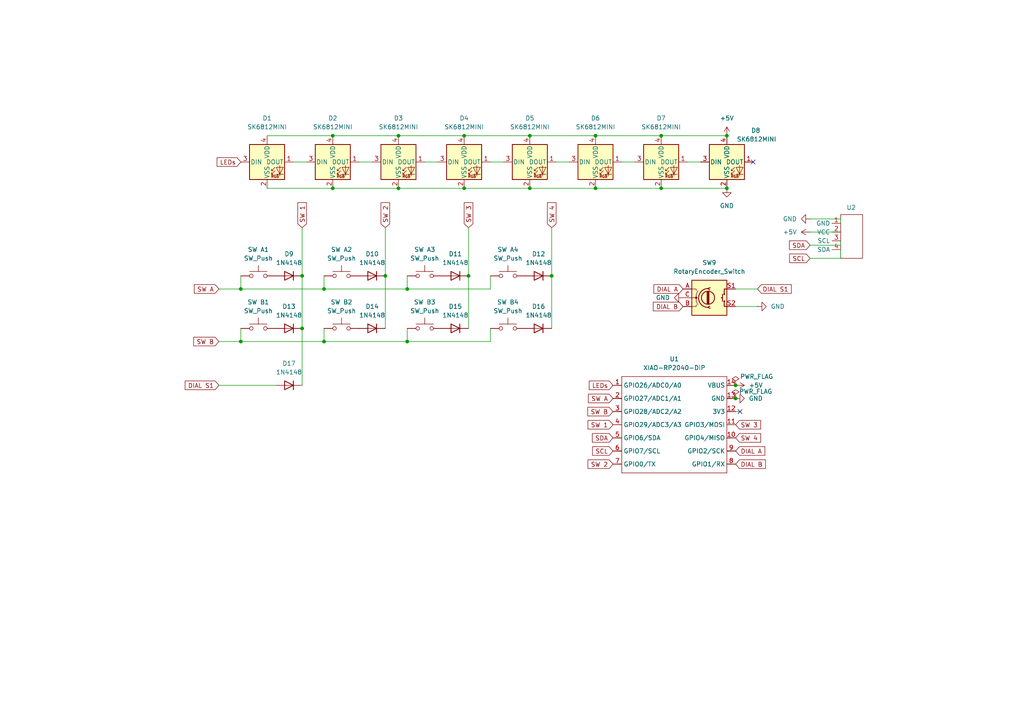
<source format=kicad_sch>
(kicad_sch (version 20250114) (generator "eeschema") (generator_version "9.0")
  (paper "A4")
  (lib_symbols
    (symbol "Device:RotaryEncoder_Switch" (pin_names (offset 0.254) (hide yes))
      (property "Reference" "SW" (at 0 6.604 0))
      (property "Value" "RotaryEncoder_Switch" (at 0 -6.604 0))
      (symbol "RotaryEncoder_Switch_0_1"
        (rectangle (start -5.08 5.08) (end 5.08 -5.08) (stroke (width 0.254)) (fill (type background)))
        (polyline (pts (xy -5.08 2.54) (xy -3.81 2.54) (xy -3.81 2.032)))
        (polyline (pts (xy -5.08 0) (xy -3.81 0) (xy -3.81 -1.016) (xy -3.302 -2.032)))
        (polyline (pts (xy -5.08 -2.54) (xy -3.81 -2.54) (xy -3.81 -2.032)))
        (polyline (pts (xy -4.318 0) (xy -3.81 0) (xy -3.81 1.016) (xy -3.302 2.032)))
        (circle (center -3.81 0) (radius 0.254) (fill (type outline)))
        (polyline (pts (xy -0.635 -1.778) (xy -0.635 1.778)) (stroke (width 0.254)))
        (circle (center -0.381 0) (radius 1.905) (stroke (width 0.254)))
        (polyline (pts (xy -0.381 -1.778) (xy -0.381 1.778)) (stroke (width 0.254)))
        (arc (start -0.381 -2.794) (mid -3.0988 -0.0635) (end -0.381 2.667) (stroke (width 0.254)))
        (polyline (pts (xy -0.127 1.778) (xy -0.127 -1.778)) (stroke (width 0.254)))
        (polyline (pts (xy 0.254 2.921) (xy -0.508 2.667) (xy 0.127 2.286)) (stroke (width 0.254)))
        (polyline (pts (xy 0.254 -3.048) (xy -0.508 -2.794) (xy 0.127 -2.413)) (stroke (width 0.254)))
        (polyline (pts (xy 3.81 1.016) (xy 3.81 -1.016)) (stroke (width 0.254)))
        (polyline (pts (xy 3.81 0) (xy 3.429 0)) (stroke (width 0.254)))
        (circle (center 4.318 1.016) (radius 0.127) (stroke (width 0.254)))
        (circle (center 4.318 -1.016) (radius 0.127) (stroke (width 0.254)))
        (polyline (pts (xy 5.08 2.54) (xy 4.318 2.54) (xy 4.318 1.016)) (stroke (width 0.254)))
        (polyline (pts (xy 5.08 -2.54) (xy 4.318 -2.54) (xy 4.318 -1.016)) (stroke (width 0.254)))
      )
      (symbol "RotaryEncoder_Switch_1_1"
        (pin passive line (at -7.62 2.54 0) (length 2.54) (name "A") (number "A"))
        (pin passive line (at -7.62 0 0) (length 2.54) (name "C") (number "C"))
        (pin passive line (at -7.62 -2.54 0) (length 2.54) (name "B") (number "B"))
        (pin passive line (at 7.62 2.54 180) (length 2.54) (name "S1") (number "S1"))
        (pin passive line (at 7.62 -2.54 180) (length 2.54) (name "S2") (number "S2"))
      )
    )
    (symbol "Diode:1N4148" (pin_numbers (hide yes)) (pin_names (hide yes))
      (property "Reference" "D" (at 0 2.54 0))
      (property "Value" "1N4148" (at 0 -2.54 0))
      (symbol "1N4148_0_1"
        (polyline (pts (xy -1.27 1.27) (xy -1.27 -1.27)) (stroke (width 0.254)))
        (polyline (pts (xy 1.27 1.27) (xy 1.27 -1.27) (xy -1.27 0) (xy 1.27 1.27)) (stroke (width 0.254)))
        (polyline (pts (xy 1.27 0) (xy -1.27 0)))
      )
      (symbol "1N4148_1_1"
        (pin passive line (at -3.81 0 0) (length 2.54) (name "K") (number "1"))
        (pin passive line (at 3.81 0 180) (length 2.54) (name "A") (number "2"))
      )
    )
    (symbol "LED:SK6812MINI" (pin_names (offset 0.254))
      (property "Reference" "D" (at 5.08 5.715 0))
      (property "Value" "SK6812MINI" (at 1.27 -5.715 0))
      (symbol "SK6812MINI_0_0"
        (text "RGB" (at 2.286 -4.191 0) (effects (font (size 0.762 0.762))))
      )
      (symbol "SK6812MINI_0_1"
        (polyline (pts (xy 1.27 -2.54) (xy 1.778 -2.54)))
        (polyline (pts (xy 1.27 -3.556) (xy 1.778 -3.556)))
        (polyline (pts (xy 2.286 -1.524) (xy 1.27 -2.54) (xy 1.27 -2.032)))
        (polyline (pts (xy 2.286 -2.54) (xy 1.27 -3.556) (xy 1.27 -3.048)))
        (polyline (pts (xy 3.683 -1.016) (xy 3.683 -3.556) (xy 3.683 -4.064)))
        (polyline (pts (xy 4.699 -1.524) (xy 2.667 -1.524) (xy 3.683 -3.556) (xy 4.699 -1.524)))
        (polyline (pts (xy 4.699 -3.556) (xy 2.667 -3.556)))
        (rectangle (start 5.08 5.08) (end -5.08 -5.08) (stroke (width 0.254)) (fill (type background)))
      )
      (symbol "SK6812MINI_1_1"
        (pin input line (at -7.62 0 0) (length 2.54) (name "DIN") (number "3"))
        (pin power_in line (at 0 7.62 270) (length 2.54) (name "VDD") (number "4"))
        (pin power_in line (at 0 -7.62 90) (length 2.54) (name "VSS") (number "2"))
        (pin output line (at 7.62 0 180) (length 2.54) (name "DOUT") (number "1"))
      )
    )
    (symbol "OPL:XIAO-RP2040-DIP"
      (property "Reference" "U" (at 0 0 0))
      (property "Value" "XIAO-RP2040-DIP" (at 5.334 -1.778 0))
      (symbol "XIAO-RP2040-DIP_1_0"
        (polyline (pts (xy -1.27 -2.54) (xy 29.21 -2.54)) (stroke (width 0.1524)))
        (polyline (pts (xy -1.27 -5.08) (xy -2.54 -5.08)) (stroke (width 0.1524)))
        (polyline (pts (xy -1.27 -5.08) (xy -1.27 -2.54)) (stroke (width 0.1524)))
        (polyline (pts (xy -1.27 -8.89) (xy -2.54 -8.89)) (stroke (width 0.1524)))
        (polyline (pts (xy -1.27 -8.89) (xy -1.27 -5.08)) (stroke (width 0.1524)))
        (polyline (pts (xy -1.27 -12.7) (xy -2.54 -12.7)) (stroke (width 0.1524)))
        (polyline (pts (xy -1.27 -12.7) (xy -1.27 -8.89)) (stroke (width 0.1524)))
        (polyline (pts (xy -1.27 -16.51) (xy -2.54 -16.51)) (stroke (width 0.1524)))
        (polyline (pts (xy -1.27 -16.51) (xy -1.27 -12.7)) (stroke (width 0.1524)))
        (polyline (pts (xy -1.27 -20.32) (xy -2.54 -20.32)) (stroke (width 0.1524)))
        (polyline (pts (xy -1.27 -24.13) (xy -2.54 -24.13)) (stroke (width 0.1524)))
        (polyline (pts (xy -1.27 -27.94) (xy -2.54 -27.94)) (stroke (width 0.1524)))
        (polyline (pts (xy -1.27 -30.48) (xy -1.27 -16.51)) (stroke (width 0.1524)))
        (polyline (pts (xy 29.21 -2.54) (xy 29.21 -5.08)) (stroke (width 0.1524)))
        (polyline (pts (xy 29.21 -5.08) (xy 29.21 -8.89)) (stroke (width 0.1524)))
        (polyline (pts (xy 29.21 -8.89) (xy 29.21 -12.7)) (stroke (width 0.1524)))
        (polyline (pts (xy 29.21 -12.7) (xy 29.21 -30.48)) (stroke (width 0.1524)))
        (polyline (pts (xy 29.21 -30.48) (xy -1.27 -30.48)) (stroke (width 0.1524)))
        (polyline (pts (xy 30.48 -5.08) (xy 29.21 -5.08)) (stroke (width 0.1524)))
        (polyline (pts (xy 30.48 -8.89) (xy 29.21 -8.89)) (stroke (width 0.1524)))
        (polyline (pts (xy 30.48 -12.7) (xy 29.21 -12.7)) (stroke (width 0.1524)))
        (polyline (pts (xy 30.48 -16.51) (xy 29.21 -16.51)) (stroke (width 0.1524)))
        (polyline (pts (xy 30.48 -20.32) (xy 29.21 -20.32)) (stroke (width 0.1524)))
        (polyline (pts (xy 30.48 -24.13) (xy 29.21 -24.13)) (stroke (width 0.1524)))
        (polyline (pts (xy 30.48 -27.94) (xy 29.21 -27.94)) (stroke (width 0.1524)))
        (pin passive line (at -3.81 -5.08 0) (length 2.54) (name "GPIO26/ADC0/A0") (number "1"))
        (pin passive line (at -3.81 -8.89 0) (length 2.54) (name "GPIO27/ADC1/A1") (number "2"))
        (pin passive line (at -3.81 -12.7 0) (length 2.54) (name "GPIO28/ADC2/A2") (number "3"))
        (pin passive line (at -3.81 -16.51 0) (length 2.54) (name "GPIO29/ADC3/A3") (number "4"))
        (pin passive line (at -3.81 -20.32 0) (length 2.54) (name "GPIO6/SDA") (number "5"))
        (pin passive line (at -3.81 -24.13 0) (length 2.54) (name "GPIO7/SCL") (number "6"))
        (pin passive line (at -3.81 -27.94 0) (length 2.54) (name "GPIO0/TX") (number "7"))
        (pin passive line (at 31.75 -5.08 180) (length 2.54) (name "VBUS") (number "14"))
        (pin passive line (at 31.75 -8.89 180) (length 2.54) (name "GND") (number "13"))
        (pin passive line (at 31.75 -12.7 180) (length 2.54) (name "3V3") (number "12"))
        (pin passive line (at 31.75 -16.51 180) (length 2.54) (name "GPIO3/MOSI") (number "11"))
        (pin passive line (at 31.75 -20.32 180) (length 2.54) (name "GPIO4/MISO") (number "10"))
        (pin passive line (at 31.75 -24.13 180) (length 2.54) (name "GPIO2/SCK") (number "9"))
        (pin passive line (at 31.75 -27.94 180) (length 2.54) (name "GPIO1/RX") (number "8"))
      )
    )
    (symbol "Switch:SW_Push" (pin_numbers (hide yes)) (pin_names (offset 1.016) (hide yes))
      (property "Reference" "SW" (at 1.27 2.54 0))
      (property "Value" "SW_Push" (at 0 -1.524 0))
      (symbol "SW_Push_0_1"
        (circle (center -2.032 0) (radius 0.508))
        (polyline (pts (xy 0 1.27) (xy 0 3.048)))
        (circle (center 2.032 0) (radius 0.508))
        (polyline (pts (xy 2.54 1.27) (xy -2.54 1.27)))
        (pin passive line (at -5.08 0 0) (length 2.54) (name "1") (number "1"))
        (pin passive line (at 5.08 0 180) (length 2.54) (name "2") (number "2"))
      )
    )
    (symbol "oled:oled0.91"
      (property "Reference" "U" (at 3.302 6.604 0))
      (symbol "oled0.91_0_1"
        (rectangle (start 0 5.08) (end 6.35 -7.62))
      )
      (symbol "oled0.91_1_1"
        (pin input line (at 0 2.54 180) (length 2.54) (name "GND") (number "1"))
        (pin input line (at 0 0 180) (length 2.54) (name "VCC") (number "2"))
        (pin input line (at 0 -2.54 180) (length 2.54) (name "SCL") (number "3"))
        (pin input line (at 0 -5.08 180) (length 2.54) (name "SDA") (number "4"))
      )
    )
    (symbol "power:+5V" (power) (pin_numbers (hide yes)) (pin_names (offset 0) (hide yes))
      (property "Value" "+5V" (at 0 3.556 0))
      (symbol "+5V_0_1"
        (polyline (pts (xy -0.762 1.27) (xy 0 2.54)))
        (polyline (pts (xy 0 2.54) (xy 0.762 1.27)))
        (polyline (pts (xy 0 0) (xy 0 2.54)))
      )
      (symbol "+5V_1_1"
        (pin power_in line (at 0 0 90) (length 0) (name "~") (number "1"))
      )
    )
    (symbol "power:GND" (power) (pin_numbers (hide yes)) (pin_names (offset 0) (hide yes))
      (property "Value" "GND" (at 0 -3.81 0))
      (symbol "GND_0_1"
        (polyline (pts (xy 0 0) (xy 0 -1.27) (xy 1.27 -1.27) (xy 0 -2.54) (xy -1.27 -1.27) (xy 0 -1.27)))
      )
      (symbol "GND_1_1"
        (pin power_in line (at 0 0 270) (length 0) (name "~") (number "1"))
      )
    )
    (symbol "power:PWR_FLAG" (power) (pin_numbers (hide yes)) (pin_names (offset 0) (hide yes))
      (property "Value" "PWR_FLAG" (at 0 3.81 0))
      (symbol "PWR_FLAG_0_0"
        (pin power_out line (at 0 0 90) (length 0) (name "~") (number "1"))
      )
      (symbol "PWR_FLAG_0_1"
        (polyline (pts (xy 0 0) (xy 0 1.27) (xy -1.016 1.905) (xy 0 2.54) (xy 1.016 1.905) (xy 0 1.27)))
      )
    )
  )
  (junction (at 191.77 54.61))
  (junction (at 153.67 39.37))
  (junction (at 134.62 54.61))
  (junction (at 213.36 115.57))
  (junction (at 210.82 54.61))
  (junction (at 87.63 95.25))
  (junction (at 210.82 39.37))
  (junction (at 87.63 80.01))
  (junction (at 191.77 39.37))
  (junction (at 213.36 111.76))
  (junction (at 160.02 80.01))
  (junction (at 135.89 80.01))
  (junction (at 96.52 54.61))
  (junction (at 93.98 99.06))
  (junction (at 118.11 83.82))
  (junction (at 153.67 54.61))
  (junction (at 134.62 39.37))
  (junction (at 118.11 99.06))
  (junction (at 115.57 54.61))
  (junction (at 172.72 39.37))
  (junction (at 115.57 39.37))
  (junction (at 69.85 99.06))
  (junction (at 172.72 54.61))
  (junction (at 111.76 80.01))
  (junction (at 93.98 83.82))
  (junction (at 69.85 83.82))
  (junction (at 96.52 39.37))
  (no_connect (at 214.63 119.38))
  (no_connect (at 218.44 46.99))
  (wire (pts (xy 214.63 119.38) (xy 213.36 119.38)))
  (wire (pts (xy 115.57 39.37) (xy 134.62 39.37)))
  (wire (pts (xy 123.19 46.99) (xy 127 46.99)))
  (wire (pts (xy 153.67 39.37) (xy 172.72 39.37)))
  (wire (pts (xy 118.11 83.82) (xy 142.24 83.82)))
  (wire (pts (xy 135.89 66.04) (xy 135.89 80.01)))
  (wire (pts (xy 111.76 80.01) (xy 111.76 95.25)))
  (wire (pts (xy 234.95 71.12) (xy 243.84 71.12)))
  (wire (pts (xy 161.29 46.99) (xy 165.1 46.99)))
  (wire (pts (xy 142.24 83.82) (xy 142.24 80.01)))
  (wire (pts (xy 135.89 80.01) (xy 135.89 95.25)))
  (wire (pts (xy 87.63 95.25) (xy 87.63 111.76)))
  (wire (pts (xy 96.52 54.61) (xy 115.57 54.61)))
  (wire (pts (xy 243.84 74.93) (xy 243.84 72.39)))
  (wire (pts (xy 63.5 111.76) (xy 80.01 111.76)))
  (wire (pts (xy 160.02 66.04) (xy 160.02 80.01)))
  (wire (pts (xy 118.11 95.25) (xy 118.11 99.06)))
  (wire (pts (xy 160.02 80.01) (xy 160.02 95.25)))
  (wire (pts (xy 142.24 95.25) (xy 142.24 99.06)))
  (wire (pts (xy 118.11 99.06) (xy 142.24 99.06)))
  (wire (pts (xy 243.84 63.5) (xy 243.84 64.77)))
  (wire (pts (xy 63.5 99.06) (xy 69.85 99.06)))
  (wire (pts (xy 234.95 63.5) (xy 243.84 63.5)))
  (wire (pts (xy 87.63 80.01) (xy 87.63 95.25)))
  (wire (pts (xy 243.84 71.12) (xy 243.84 69.85)))
  (wire (pts (xy 115.57 54.61) (xy 134.62 54.61)))
  (wire (pts (xy 219.71 88.9) (xy 213.36 88.9)))
  (wire (pts (xy 111.76 66.04) (xy 111.76 80.01)))
  (wire (pts (xy 69.85 80.01) (xy 69.85 83.82)))
  (wire (pts (xy 180.34 46.99) (xy 184.15 46.99)))
  (wire (pts (xy 142.24 46.99) (xy 146.05 46.99)))
  (wire (pts (xy 191.77 54.61) (xy 210.82 54.61)))
  (wire (pts (xy 69.85 95.25) (xy 69.85 99.06)))
  (wire (pts (xy 191.77 39.37) (xy 210.82 39.37)))
  (wire (pts (xy 153.67 54.61) (xy 172.72 54.61)))
  (wire (pts (xy 93.98 83.82) (xy 118.11 83.82)))
  (wire (pts (xy 172.72 54.61) (xy 191.77 54.61)))
  (wire (pts (xy 69.85 99.06) (xy 93.98 99.06)))
  (wire (pts (xy 234.95 67.31) (xy 243.84 67.31)))
  (wire (pts (xy 104.14 46.99) (xy 107.95 46.99)))
  (wire (pts (xy 213.36 83.82) (xy 219.71 83.82)))
  (wire (pts (xy 172.72 39.37) (xy 191.77 39.37)))
  (wire (pts (xy 63.5 83.82) (xy 69.85 83.82)))
  (wire (pts (xy 234.95 74.93) (xy 243.84 74.93)))
  (wire (pts (xy 93.98 80.01) (xy 93.98 83.82)))
  (wire (pts (xy 85.09 46.99) (xy 88.9 46.99)))
  (wire (pts (xy 87.63 66.04) (xy 87.63 80.01)))
  (wire (pts (xy 134.62 39.37) (xy 153.67 39.37)))
  (wire (pts (xy 199.39 46.99) (xy 203.2 46.99)))
  (wire (pts (xy 134.62 54.61) (xy 153.67 54.61)))
  (wire (pts (xy 77.47 39.37) (xy 96.52 39.37)))
  (wire (pts (xy 118.11 80.01) (xy 118.11 83.82)))
  (wire (pts (xy 69.85 83.82) (xy 93.98 83.82)))
  (wire (pts (xy 93.98 95.25) (xy 93.98 99.06)))
  (wire (pts (xy 77.47 54.61) (xy 96.52 54.61)))
  (wire (pts (xy 93.98 99.06) (xy 118.11 99.06)))
  (wire (pts (xy 96.52 39.37) (xy 115.57 39.37)))
  (global_label "SW 1" (shape input) (at 87.63 66.04 90) (property "Intersheetrefs" "${INTERSHEET_REFS}" (effects (hide yes))))
  (global_label "SDA" (shape input) (at 177.8 127 180) (property "Intersheetrefs" "${INTERSHEET_REFS}" (effects (hide yes))))
  (global_label "SW B" (shape input) (at 177.8 119.38 180) (property "Intersheetrefs" "${INTERSHEET_REFS}" (effects (hide yes))))
  (global_label "DIAL A" (shape input) (at 198.12 83.82 180) (property "Intersheetrefs" "${INTERSHEET_REFS}" (effects (hide yes))))
  (global_label "SCL" (shape input) (at 234.95 74.93 180) (property "Intersheetrefs" "${INTERSHEET_REFS}" (effects (hide yes))))
  (global_label "SW 4" (shape input) (at 213.36 127 0) (property "Intersheetrefs" "${INTERSHEET_REFS}" (effects (hide yes))))
  (global_label "SDA" (shape input) (at 234.95 71.12 180) (property "Intersheetrefs" "${INTERSHEET_REFS}" (effects (hide yes))))
  (global_label "SW 4" (shape input) (at 160.02 66.04 90) (property "Intersheetrefs" "${INTERSHEET_REFS}" (effects (hide yes))))
  (global_label "SW 2" (shape input) (at 177.8 134.62 180) (property "Intersheetrefs" "${INTERSHEET_REFS}" (effects (hide yes))))
  (global_label "SCL" (shape input) (at 177.8 130.81 180) (property "Intersheetrefs" "${INTERSHEET_REFS}" (effects (hide yes))))
  (global_label "DIAL B" (shape input) (at 213.36 134.62 0) (property "Intersheetrefs" "${INTERSHEET_REFS}" (effects (hide yes))))
  (global_label "SW 3" (shape input) (at 213.36 123.19 0) (property "Intersheetrefs" "${INTERSHEET_REFS}" (effects (hide yes))))
  (global_label "SW 1" (shape input) (at 177.8 123.19 180) (property "Intersheetrefs" "${INTERSHEET_REFS}" (effects (hide yes))))
  (global_label "LEDs" (shape input) (at 177.8 111.76 180) (property "Intersheetrefs" "${INTERSHEET_REFS}" (effects (hide yes))))
  (global_label "SW A" (shape input) (at 63.5 83.82 180) (property "Intersheetrefs" "${INTERSHEET_REFS}" (effects (hide yes))))
  (global_label "DIAL A" (shape input) (at 213.36 130.81 0) (property "Intersheetrefs" "${INTERSHEET_REFS}" (effects (hide yes))))
  (global_label "DIAL S1" (shape input) (at 63.5 111.76 180) (property "Intersheetrefs" "${INTERSHEET_REFS}" (effects (hide yes))))
  (global_label "SW 2" (shape input) (at 111.76 66.04 90) (property "Intersheetrefs" "${INTERSHEET_REFS}" (effects (hide yes))))
  (global_label "SW B" (shape input) (at 63.5 99.06 180) (property "Intersheetrefs" "${INTERSHEET_REFS}" (effects (hide yes))))
  (global_label "DIAL S1" (shape input) (at 219.71 83.82 0) (property "Intersheetrefs" "${INTERSHEET_REFS}" (effects (hide yes))))
  (global_label "SW 3" (shape input) (at 135.89 66.04 90) (property "Intersheetrefs" "${INTERSHEET_REFS}" (effects (hide yes))))
  (global_label "LEDs" (shape input) (at 69.85 46.99 180) (property "Intersheetrefs" "${INTERSHEET_REFS}" (effects (hide yes))))
  (global_label "SW A" (shape input) (at 177.8 115.57 180) (property "Intersheetrefs" "${INTERSHEET_REFS}" (effects (hide yes))))
  (global_label "DIAL B" (shape input) (at 198.12 88.9 180) (property "Intersheetrefs" "${INTERSHEET_REFS}" (effects (hide yes))))
  (symbol (lib_id "Diode:1N4148") (at 132.08 95.25 0) (mirror y) (unit 1)
    (property "Reference" "D15" (at 132.08 88.9 0))
    (property "Value" "1N4148" (at 132.08 91.44 0))
    (property "Footprint" "Diode_THT:D_DO-35_SOD27_P7.62mm_Horizontal" (effects (hide yes)))
    (property "Datasheet" "https://assets.nexperia.com/documents/data-sheet/1N4148_1N4448.pdf" (effects (hide yes)))
    (property "Description" "100V 0.15A standard switching diode, DO-35" (effects (hide yes)))
    (property "Sim.Device" "D" (effects (hide yes)))
    (property "Sim.Pins" "1=K 2=A" (effects (hide yes)))
  )
  (symbol (lib_id "power:+5V") (at 210.82 39.37 0) (unit 1)
    (property "Reference" "#PWR01" (effects (hide yes)))
    (property "Value" "+5V" (at 210.82 34.29 0))
    (property "Description" "Power symbol creates a global label with name \"+5V\"" (effects (hide yes)))
  )
  (symbol (lib_id "power:GND") (at 198.12 86.36 270) (unit 1)
    (property "Reference" "#PWR05" (effects (hide yes)))
    (property "Value" "GND" (at 194.31 86.3599 90) (effects (justify right)))
    (property "Description" "Power symbol creates a global label with name \"GND\" , ground" (effects (hide yes)))
  )
  (symbol (lib_id "Switch:SW_Push") (at 123.19 95.25 0) (unit 1)
    (property "Reference" "SW B3" (at 123.19 87.63 0))
    (property "Value" "SW_Push" (at 123.19 90.17 0))
    (property "Footprint" "Button_Switch_Keyboard:SW_Cherry_MX_1.00u_PCB" (effects (hide yes)))
    (property "Description" "Push button switch, generic, two pins" (effects (hide yes)))
  )
  (symbol (lib_id "Switch:SW_Push") (at 147.32 95.25 0) (unit 1)
    (property "Reference" "SW B4" (at 147.32 87.63 0))
    (property "Value" "SW_Push" (at 147.32 90.17 0))
    (property "Footprint" "Button_Switch_Keyboard:SW_Cherry_MX_1.00u_PCB" (effects (hide yes)))
    (property "Description" "Push button switch, generic, two pins" (effects (hide yes)))
  )
  (symbol (lib_id "LED:SK6812MINI") (at 210.82 46.99 0) (unit 1)
    (property "Reference" "D8" (at 219.202 37.846 0))
    (property "Value" "SK6812MINI" (at 219.456 40.386 0))
    (property "Footprint" "LED_SMD:LED_SK6812MINI_PLCC4_3.5x3.5mm_P1.75mm" (effects (hide yes)))
    (property "Datasheet" "https://cdn-shop.adafruit.com/product-files/2686/SK6812MINI_REV.01-1-2.pdf" (effects (hide yes)))
    (property "Description" "RGB LED with integrated controller" (effects (hide yes)))
  )
  (symbol (lib_id "Diode:1N4148") (at 83.82 95.25 0) (mirror y) (unit 1)
    (property "Reference" "D13" (at 83.82 88.9 0))
    (property "Value" "1N4148" (at 83.82 91.44 0))
    (property "Footprint" "Diode_THT:D_DO-35_SOD27_P7.62mm_Horizontal" (effects (hide yes)))
    (property "Datasheet" "https://assets.nexperia.com/documents/data-sheet/1N4148_1N4448.pdf" (effects (hide yes)))
    (property "Description" "100V 0.15A standard switching diode, DO-35" (effects (hide yes)))
    (property "Sim.Device" "D" (effects (hide yes)))
    (property "Sim.Pins" "1=K 2=A" (effects (hide yes)))
  )
  (symbol (lib_id "LED:SK6812MINI") (at 115.57 46.99 0) (unit 1)
    (property "Reference" "D3" (at 115.57 34.29 0))
    (property "Value" "SK6812MINI" (at 115.57 36.83 0))
    (property "Footprint" "LED_SMD:LED_SK6812MINI_PLCC4_3.5x3.5mm_P1.75mm" (effects (hide yes)))
    (property "Datasheet" "https://cdn-shop.adafruit.com/product-files/2686/SK6812MINI_REV.01-1-2.pdf" (effects (hide yes)))
    (property "Description" "RGB LED with integrated controller" (effects (hide yes)))
  )
  (symbol (lib_id "Diode:1N4148") (at 107.95 80.01 0) (mirror y) (unit 1)
    (property "Reference" "D10" (at 107.95 73.66 0))
    (property "Value" "1N4148" (at 107.95 76.2 0))
    (property "Footprint" "Diode_THT:D_DO-35_SOD27_P7.62mm_Horizontal" (effects (hide yes)))
    (property "Datasheet" "https://assets.nexperia.com/documents/data-sheet/1N4148_1N4448.pdf" (effects (hide yes)))
    (property "Description" "100V 0.15A standard switching diode, DO-35" (effects (hide yes)))
    (property "Sim.Device" "D" (effects (hide yes)))
    (property "Sim.Pins" "1=K 2=A" (effects (hide yes)))
  )
  (symbol (lib_id "LED:SK6812MINI") (at 191.77 46.99 0) (unit 1)
    (property "Reference" "D7" (at 191.77 34.29 0))
    (property "Value" "SK6812MINI" (at 191.77 36.83 0))
    (property "Footprint" "LED_SMD:LED_SK6812MINI_PLCC4_3.5x3.5mm_P1.75mm" (effects (hide yes)))
    (property "Datasheet" "https://cdn-shop.adafruit.com/product-files/2686/SK6812MINI_REV.01-1-2.pdf" (effects (hide yes)))
    (property "Description" "RGB LED with integrated controller" (effects (hide yes)))
  )
  (symbol (lib_id "power:+5V") (at 234.95 67.31 90) (unit 1)
    (property "Reference" "#PWR08" (effects (hide yes)))
    (property "Value" "+5V" (at 231.14 67.3099 90) (effects (justify left)))
    (property "Description" "Power symbol creates a global label with name \"+5V\"" (effects (hide yes)))
  )
  (symbol (lib_id "LED:SK6812MINI") (at 172.72 46.99 0) (unit 1)
    (property "Reference" "D6" (at 172.72 34.29 0))
    (property "Value" "SK6812MINI" (at 172.72 36.83 0))
    (property "Footprint" "LED_SMD:LED_SK6812MINI_PLCC4_3.5x3.5mm_P1.75mm" (effects (hide yes)))
    (property "Datasheet" "https://cdn-shop.adafruit.com/product-files/2686/SK6812MINI_REV.01-1-2.pdf" (effects (hide yes)))
    (property "Description" "RGB LED with integrated controller" (effects (hide yes)))
  )
  (symbol (lib_id "power:GND") (at 210.82 54.61 0) (unit 1)
    (property "Reference" "#PWR04" (effects (hide yes)))
    (property "Value" "GND" (at 210.82 59.69 0))
    (property "Description" "Power symbol creates a global label with name \"GND\" , ground" (effects (hide yes)))
  )
  (symbol (lib_id "Switch:SW_Push") (at 147.32 80.01 0) (unit 1)
    (property "Reference" "SW A4" (at 147.32 72.39 0))
    (property "Value" "SW_Push" (at 147.32 74.93 0))
    (property "Footprint" "Button_Switch_Keyboard:SW_Cherry_MX_1.00u_PCB" (effects (hide yes)))
    (property "Description" "Push button switch, generic, two pins" (effects (hide yes)))
  )
  (symbol (lib_id "power:GND") (at 213.36 115.57 90) (unit 1)
    (property "Reference" "#PWR03" (effects (hide yes)))
    (property "Value" "GND" (at 217.17 115.5699 90) (effects (justify right)))
    (property "Description" "Power symbol creates a global label with name \"GND\" , ground" (effects (hide yes)))
  )
  (symbol (lib_id "LED:SK6812MINI") (at 96.52 46.99 0) (unit 1)
    (property "Reference" "D2" (at 96.52 34.29 0))
    (property "Value" "SK6812MINI" (at 96.52 36.83 0))
    (property "Footprint" "LED_SMD:LED_SK6812MINI_PLCC4_3.5x3.5mm_P1.75mm" (effects (hide yes)))
    (property "Datasheet" "https://cdn-shop.adafruit.com/product-files/2686/SK6812MINI_REV.01-1-2.pdf" (effects (hide yes)))
    (property "Description" "RGB LED with integrated controller" (effects (hide yes)))
  )
  (symbol (lib_id "LED:SK6812MINI") (at 77.47 46.99 0) (unit 1)
    (property "Reference" "D1" (at 77.47 34.29 0))
    (property "Value" "SK6812MINI" (at 77.47 36.83 0))
    (property "Footprint" "LED_SMD:LED_SK6812MINI_PLCC4_3.5x3.5mm_P1.75mm" (effects (hide yes)))
    (property "Datasheet" "https://cdn-shop.adafruit.com/product-files/2686/SK6812MINI_REV.01-1-2.pdf" (effects (hide yes)))
    (property "Description" "RGB LED with integrated controller" (effects (hide yes)))
  )
  (symbol (lib_id "LED:SK6812MINI") (at 134.62 46.99 0) (unit 1)
    (property "Reference" "D4" (at 134.62 34.29 0))
    (property "Value" "SK6812MINI" (at 134.62 36.83 0))
    (property "Footprint" "LED_SMD:LED_SK6812MINI_PLCC4_3.5x3.5mm_P1.75mm" (effects (hide yes)))
    (property "Datasheet" "https://cdn-shop.adafruit.com/product-files/2686/SK6812MINI_REV.01-1-2.pdf" (effects (hide yes)))
    (property "Description" "RGB LED with integrated controller" (effects (hide yes)))
  )
  (symbol (lib_id "power:PWR_FLAG") (at 213.36 111.76 0) (unit 1)
    (property "Reference" "#FLG01" (effects (hide yes)))
    (property "Value" "PWR_FLAG" (at 219.456 109.22 0))
    (property "Description" "Special symbol for telling ERC where power comes from" (effects (hide yes)))
  )
  (symbol (lib_id "Diode:1N4148") (at 156.21 80.01 0) (mirror y) (unit 1)
    (property "Reference" "D12" (at 156.21 73.66 0))
    (property "Value" "1N4148" (at 156.21 76.2 0))
    (property "Footprint" "Diode_THT:D_DO-35_SOD27_P7.62mm_Horizontal" (effects (hide yes)))
    (property "Datasheet" "https://assets.nexperia.com/documents/data-sheet/1N4148_1N4448.pdf" (effects (hide yes)))
    (property "Description" "100V 0.15A standard switching diode, DO-35" (effects (hide yes)))
    (property "Sim.Device" "D" (effects (hide yes)))
    (property "Sim.Pins" "1=K 2=A" (effects (hide yes)))
  )
  (symbol (lib_id "Switch:SW_Push") (at 99.06 80.01 0) (unit 1)
    (property "Reference" "SW A2" (at 99.06 72.39 0))
    (property "Value" "SW_Push" (at 99.06 74.93 0))
    (property "Footprint" "Button_Switch_Keyboard:SW_Cherry_MX_1.00u_PCB" (effects (hide yes)))
    (property "Description" "Push button switch, generic, two pins" (effects (hide yes)))
  )
  (symbol (lib_id "power:PWR_FLAG") (at 213.36 115.57 0) (unit 1)
    (property "Reference" "#FLG02" (effects (hide yes)))
    (property "Value" "PWR_FLAG" (at 219.202 113.538 0))
    (property "Description" "Special symbol for telling ERC where power comes from" (effects (hide yes)))
  )
  (symbol (lib_id "Diode:1N4148") (at 156.21 95.25 0) (mirror y) (unit 1)
    (property "Reference" "D16" (at 156.21 88.9 0))
    (property "Value" "1N4148" (at 156.21 91.44 0))
    (property "Footprint" "Diode_THT:D_DO-35_SOD27_P7.62mm_Horizontal" (effects (hide yes)))
    (property "Datasheet" "https://assets.nexperia.com/documents/data-sheet/1N4148_1N4448.pdf" (effects (hide yes)))
    (property "Description" "100V 0.15A standard switching diode, DO-35" (effects (hide yes)))
    (property "Sim.Device" "D" (effects (hide yes)))
    (property "Sim.Pins" "1=K 2=A" (effects (hide yes)))
  )
  (symbol (lib_id "Diode:1N4148") (at 132.08 80.01 0) (mirror y) (unit 1)
    (property "Reference" "D11" (at 132.08 73.66 0))
    (property "Value" "1N4148" (at 132.08 76.2 0))
    (property "Footprint" "Diode_THT:D_DO-35_SOD27_P7.62mm_Horizontal" (effects (hide yes)))
    (property "Datasheet" "https://assets.nexperia.com/documents/data-sheet/1N4148_1N4448.pdf" (effects (hide yes)))
    (property "Description" "100V 0.15A standard switching diode, DO-35" (effects (hide yes)))
    (property "Sim.Device" "D" (effects (hide yes)))
    (property "Sim.Pins" "1=K 2=A" (effects (hide yes)))
  )
  (symbol (lib_id "Switch:SW_Push") (at 99.06 95.25 0) (unit 1)
    (property "Reference" "SW B2" (at 99.06 87.63 0))
    (property "Value" "SW_Push" (at 99.06 90.17 0))
    (property "Footprint" "Button_Switch_Keyboard:SW_Cherry_MX_1.00u_PCB" (effects (hide yes)))
    (property "Description" "Push button switch, generic, two pins" (effects (hide yes)))
  )
  (symbol (lib_id "power:+5V") (at 213.36 111.76 270) (unit 1)
    (property "Reference" "#PWR02" (effects (hide yes)))
    (property "Value" "+5V" (at 217.17 111.7599 90) (effects (justify left)))
    (property "Description" "Power symbol creates a global label with name \"+5V\"" (effects (hide yes)))
  )
  (symbol (lib_id "power:GND") (at 219.71 88.9 90) (unit 1)
    (property "Reference" "#PWR06" (effects (hide yes)))
    (property "Value" "GND" (at 223.52 88.8999 90) (effects (justify right)))
    (property "Description" "Power symbol creates a global label with name \"GND\" , ground" (effects (hide yes)))
  )
  (symbol (lib_id "Diode:1N4148") (at 83.82 111.76 0) (mirror y) (unit 1)
    (property "Reference" "D17" (at 83.82 105.41 0))
    (property "Value" "1N4148" (at 83.82 107.95 0))
    (property "Footprint" "Diode_THT:D_DO-35_SOD27_P7.62mm_Horizontal" (effects (hide yes)))
    (property "Datasheet" "https://assets.nexperia.com/documents/data-sheet/1N4148_1N4448.pdf" (effects (hide yes)))
    (property "Description" "100V 0.15A standard switching diode, DO-35" (effects (hide yes)))
    (property "Sim.Device" "D" (effects (hide yes)))
    (property "Sim.Pins" "1=K 2=A" (effects (hide yes)))
  )
  (symbol (lib_id "Diode:1N4148") (at 83.82 80.01 0) (mirror y) (unit 1)
    (property "Reference" "D9" (at 83.82 73.66 0))
    (property "Value" "1N4148" (at 83.82 76.2 0))
    (property "Footprint" "Diode_THT:D_DO-35_SOD27_P7.62mm_Horizontal" (effects (hide yes)))
    (property "Datasheet" "https://assets.nexperia.com/documents/data-sheet/1N4148_1N4448.pdf" (effects (hide yes)))
    (property "Description" "100V 0.15A standard switching diode, DO-35" (effects (hide yes)))
    (property "Sim.Device" "D" (effects (hide yes)))
    (property "Sim.Pins" "1=K 2=A" (effects (hide yes)))
  )
  (symbol (lib_id "Switch:SW_Push") (at 74.93 95.25 0) (unit 1)
    (property "Reference" "SW B1" (at 74.93 87.63 0))
    (property "Value" "SW_Push" (at 74.93 90.17 0))
    (property "Footprint" "Button_Switch_Keyboard:SW_Cherry_MX_1.00u_PCB" (effects (hide yes)))
    (property "Description" "Push button switch, generic, two pins" (effects (hide yes)))
  )
  (symbol (lib_id "Switch:SW_Push") (at 123.19 80.01 0) (unit 1)
    (property "Reference" "SW A3" (at 123.19 72.39 0))
    (property "Value" "SW_Push" (at 123.19 74.93 0))
    (property "Footprint" "Button_Switch_Keyboard:SW_Cherry_MX_1.00u_PCB" (effects (hide yes)))
    (property "Description" "Push button switch, generic, two pins" (effects (hide yes)))
  )
  (symbol (lib_id "power:GND") (at 234.95 63.5 270) (unit 1)
    (property "Reference" "#PWR07" (effects (hide yes)))
    (property "Value" "GND" (at 231.14 63.4999 90) (effects (justify right)))
    (property "Description" "Power symbol creates a global label with name \"GND\" , ground" (effects (hide yes)))
  )
  (symbol (lib_id "LED:SK6812MINI") (at 153.67 46.99 0) (unit 1)
    (property "Reference" "D5" (at 153.67 34.29 0))
    (property "Value" "SK6812MINI" (at 153.67 36.83 0))
    (property "Footprint" "LED_SMD:LED_SK6812MINI_PLCC4_3.5x3.5mm_P1.75mm" (effects (hide yes)))
    (property "Datasheet" "https://cdn-shop.adafruit.com/product-files/2686/SK6812MINI_REV.01-1-2.pdf" (effects (hide yes)))
    (property "Description" "RGB LED with integrated controller" (effects (hide yes)))
  )
  (symbol (lib_id "OPL:XIAO-RP2040-DIP") (at 181.61 106.68 0) (unit 1)
    (property "Reference" "U1" (at 195.58 104.14 0))
    (property "Value" "XIAO-RP2040-DIP" (at 195.58 106.68 0))
    (property "Footprint" "OPL:XIAO-RP2040-DIP" (effects (hide yes)))
  )
  (symbol (lib_id "oled:oled0.91") (at 243.84 67.31 0) (unit 1)
    (property "Reference" "U2" (at 246.888 60.198 0))
    (property "Footprint" "OLED:SSD1306-0.91-OLED-4pin-128x32" (effects (hide yes)))
  )
  (symbol (lib_id "Device:RotaryEncoder_Switch") (at 205.74 86.36 0) (unit 1)
    (property "Reference" "SW9" (at 205.74 76.2 0))
    (property "Value" "RotaryEncoder_Switch" (at 205.74 78.74 0))
    (property "Footprint" "Rotary_Encoder:RotaryEncoder_Alps_EC12E-Switch_Vertical_H20mm" (effects (hide yes)))
    (property "Description" "Rotary encoder, dual channel, incremental quadrate outputs, with switch" (effects (hide yes)))
  )
  (symbol (lib_id "Diode:1N4148") (at 107.95 95.25 0) (mirror y) (unit 1)
    (property "Reference" "D14" (at 107.95 88.9 0))
    (property "Value" "1N4148" (at 107.95 91.44 0))
    (property "Footprint" "Diode_THT:D_DO-35_SOD27_P7.62mm_Horizontal" (effects (hide yes)))
    (property "Datasheet" "https://assets.nexperia.com/documents/data-sheet/1N4148_1N4448.pdf" (effects (hide yes)))
    (property "Description" "100V 0.15A standard switching diode, DO-35" (effects (hide yes)))
    (property "Sim.Device" "D" (effects (hide yes)))
    (property "Sim.Pins" "1=K 2=A" (effects (hide yes)))
  )
  (symbol (lib_id "Switch:SW_Push") (at 74.93 80.01 0) (unit 1)
    (property "Reference" "SW A1" (at 74.93 72.39 0))
    (property "Value" "SW_Push" (at 74.93 74.93 0))
    (property "Footprint" "Button_Switch_Keyboard:SW_Cherry_MX_1.00u_PCB" (effects (hide yes)))
    (property "Description" "Push button switch, generic, two pins" (effects (hide yes)))
  )
)
</source>
